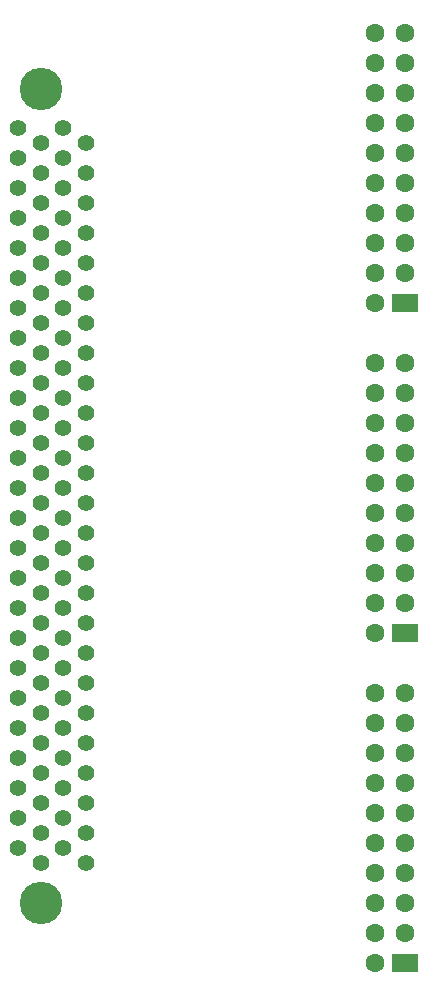
<source format=gbs>
%TF.GenerationSoftware,KiCad,Pcbnew,8.0.2-8.0.2-0~ubuntu22.04.1*%
%TF.CreationDate,2024-06-02T21:15:47+01:00*%
%TF.ProjectId,0001-Spartan3A-breakout,30303031-2d53-4706-9172-74616e33412d,rev?*%
%TF.SameCoordinates,Original*%
%TF.FileFunction,Soldermask,Bot*%
%TF.FilePolarity,Negative*%
%FSLAX46Y46*%
G04 Gerber Fmt 4.6, Leading zero omitted, Abs format (unit mm)*
G04 Created by KiCad (PCBNEW 8.0.2-8.0.2-0~ubuntu22.04.1) date 2024-06-02 21:15:47*
%MOMM*%
%LPD*%
G01*
G04 APERTURE LIST*
%ADD10R,2.175000X1.600000*%
%ADD11C,1.600000*%
%ADD12C,1.400000*%
%ADD13C,3.600000*%
G04 APERTURE END LIST*
D10*
X152400000Y-139700000D03*
D11*
X149860000Y-139700000D03*
X152400000Y-137160000D03*
X149860000Y-137160000D03*
X152400000Y-134620000D03*
X149860000Y-134620000D03*
X152400000Y-132080000D03*
X149860000Y-132080000D03*
X152400000Y-129540000D03*
X149860000Y-129540000D03*
X152400000Y-127000000D03*
X149860000Y-127000000D03*
X152400000Y-124460000D03*
X149860000Y-124460000D03*
X152400000Y-121920000D03*
X149860000Y-121920000D03*
X152400000Y-119380000D03*
X149860000Y-119380000D03*
X152400000Y-116840000D03*
X149860000Y-116840000D03*
D10*
X152400000Y-111760000D03*
D11*
X149860000Y-111760000D03*
X152400000Y-109220000D03*
X149860000Y-109220000D03*
X152400000Y-106680000D03*
X149860000Y-106680000D03*
X152400000Y-104140000D03*
X149860000Y-104140000D03*
X152400000Y-101600000D03*
X149860000Y-101600000D03*
X152400000Y-99060000D03*
X149860000Y-99060000D03*
X152400000Y-96520000D03*
X149860000Y-96520000D03*
X152400000Y-93980000D03*
X149860000Y-93980000D03*
X152400000Y-91440000D03*
X149860000Y-91440000D03*
X152400000Y-88900000D03*
X149860000Y-88900000D03*
D12*
X123500000Y-69060000D03*
X125405000Y-70330000D03*
X123500000Y-71600000D03*
X125405000Y-72870000D03*
X123500000Y-74140000D03*
X125405000Y-75410000D03*
X123500000Y-76680000D03*
X125405000Y-77950000D03*
X123500000Y-79220000D03*
X125405000Y-80490000D03*
X123500000Y-81760000D03*
X125405000Y-83030000D03*
X123500000Y-84300000D03*
X125405000Y-85570000D03*
X123500000Y-86840000D03*
X125405000Y-88110000D03*
X123500000Y-89380000D03*
X125405000Y-90650000D03*
X123500000Y-91920000D03*
X125405000Y-93190000D03*
X123500000Y-94460000D03*
X125405000Y-95730000D03*
X123500000Y-97000000D03*
X125405000Y-98270000D03*
X123500000Y-99540000D03*
X125405000Y-100810000D03*
X123500000Y-102080000D03*
X125405000Y-103350000D03*
X123500000Y-104620000D03*
X125405000Y-105890000D03*
X123500000Y-107160000D03*
X125405000Y-108430000D03*
X123500000Y-109700000D03*
X125405000Y-110970000D03*
X123500000Y-112240000D03*
X125405000Y-113510000D03*
X123500000Y-114780000D03*
X125405000Y-116050000D03*
X123500000Y-117320000D03*
X125405000Y-118590000D03*
X123500000Y-119860000D03*
X125405000Y-121130000D03*
X123500000Y-122400000D03*
X125405000Y-123670000D03*
X123500000Y-124940000D03*
X125405000Y-126210000D03*
X123500000Y-127480000D03*
X125405000Y-128750000D03*
X123500000Y-130020000D03*
X125405000Y-131290000D03*
X119690000Y-69060000D03*
X121595000Y-70330000D03*
X119690000Y-71600000D03*
X121595000Y-72870000D03*
X119690000Y-74140000D03*
X121595000Y-75410000D03*
X119690000Y-76680000D03*
X121595000Y-77950000D03*
X119690000Y-79220000D03*
X121595000Y-80490000D03*
X119690000Y-81760000D03*
X121595000Y-83030000D03*
X119690000Y-84300000D03*
X121595000Y-85570000D03*
X119690000Y-86840000D03*
X121595000Y-88110000D03*
X119690000Y-89380000D03*
X121595000Y-90650000D03*
X119690000Y-91920000D03*
X121595000Y-93190000D03*
X119690000Y-94460000D03*
X121595000Y-95730000D03*
X119690000Y-97000000D03*
X121595000Y-98270000D03*
X119690000Y-99540000D03*
X121595000Y-100810000D03*
X119690000Y-102080000D03*
X121595000Y-103350000D03*
X119690000Y-104620000D03*
X121595000Y-105890000D03*
X119690000Y-107160000D03*
X121595000Y-108430000D03*
X119690000Y-109700000D03*
X121595000Y-110970000D03*
X119690000Y-112240000D03*
X121595000Y-113510000D03*
X119690000Y-114780000D03*
X121595000Y-116050000D03*
X119690000Y-117320000D03*
X121595000Y-118590000D03*
X119690000Y-119860000D03*
X121595000Y-121130000D03*
X119690000Y-122400000D03*
X121595000Y-123670000D03*
X119690000Y-124940000D03*
X121595000Y-126210000D03*
X119690000Y-127480000D03*
X121595000Y-128750000D03*
X119690000Y-130020000D03*
X121595000Y-131290000D03*
D13*
X121595000Y-65750000D03*
X121595000Y-134600000D03*
D10*
X152400000Y-83820000D03*
D11*
X149860000Y-83820000D03*
X152400000Y-81280000D03*
X149860000Y-81280000D03*
X152400000Y-78740000D03*
X149860000Y-78740000D03*
X152400000Y-76200000D03*
X149860000Y-76200000D03*
X152400000Y-73660000D03*
X149860000Y-73660000D03*
X152400000Y-71120000D03*
X149860000Y-71120000D03*
X152400000Y-68580000D03*
X149860000Y-68580000D03*
X152400000Y-66040000D03*
X149860000Y-66040000D03*
X152400000Y-63500000D03*
X149860000Y-63500000D03*
X152400000Y-60960000D03*
X149860000Y-60960000D03*
M02*

</source>
